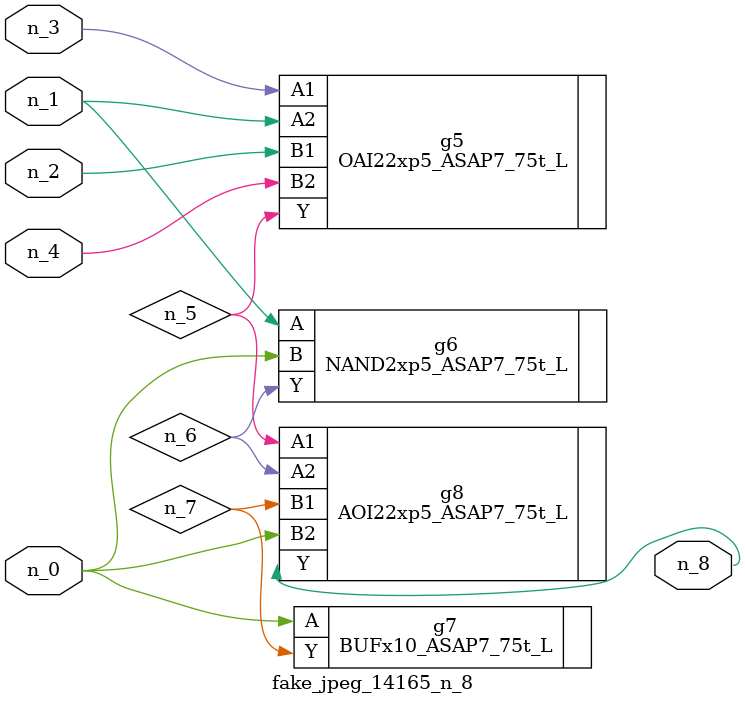
<source format=v>
module fake_jpeg_14165_n_8 (n_3, n_2, n_1, n_0, n_4, n_8);

input n_3;
input n_2;
input n_1;
input n_0;
input n_4;

output n_8;

wire n_6;
wire n_5;
wire n_7;

OAI22xp5_ASAP7_75t_L g5 ( 
.A1(n_3),
.A2(n_1),
.B1(n_2),
.B2(n_4),
.Y(n_5)
);

NAND2xp5_ASAP7_75t_L g6 ( 
.A(n_1),
.B(n_0),
.Y(n_6)
);

BUFx10_ASAP7_75t_L g7 ( 
.A(n_0),
.Y(n_7)
);

AOI22xp5_ASAP7_75t_L g8 ( 
.A1(n_5),
.A2(n_6),
.B1(n_7),
.B2(n_0),
.Y(n_8)
);


endmodule
</source>
